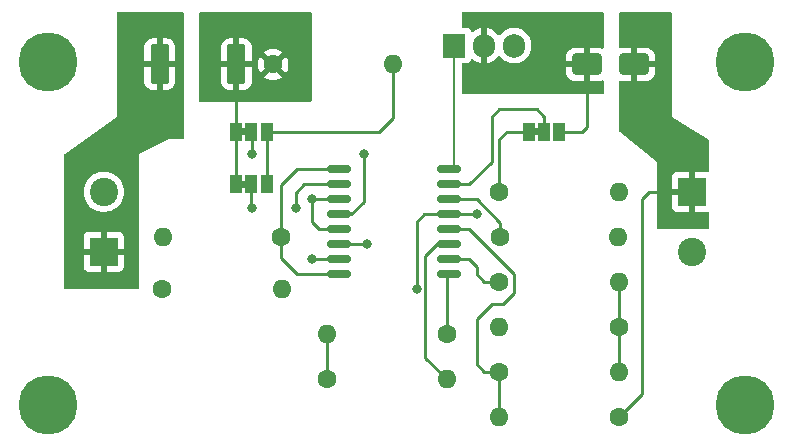
<source format=gbr>
%TF.GenerationSoftware,KiCad,Pcbnew,8.0.0*%
%TF.CreationDate,2024-03-03T11:21:46+11:00*%
%TF.ProjectId,BatteryCharger,42617474-6572-4794-9368-61726765722e,rev?*%
%TF.SameCoordinates,Original*%
%TF.FileFunction,Copper,L1,Top*%
%TF.FilePolarity,Positive*%
%FSLAX46Y46*%
G04 Gerber Fmt 4.6, Leading zero omitted, Abs format (unit mm)*
G04 Created by KiCad (PCBNEW 8.0.0) date 2024-03-03 11:21:46*
%MOMM*%
%LPD*%
G01*
G04 APERTURE LIST*
G04 Aperture macros list*
%AMRoundRect*
0 Rectangle with rounded corners*
0 $1 Rounding radius*
0 $2 $3 $4 $5 $6 $7 $8 $9 X,Y pos of 4 corners*
0 Add a 4 corners polygon primitive as box body*
4,1,4,$2,$3,$4,$5,$6,$7,$8,$9,$2,$3,0*
0 Add four circle primitives for the rounded corners*
1,1,$1+$1,$2,$3*
1,1,$1+$1,$4,$5*
1,1,$1+$1,$6,$7*
1,1,$1+$1,$8,$9*
0 Add four rect primitives between the rounded corners*
20,1,$1+$1,$2,$3,$4,$5,0*
20,1,$1+$1,$4,$5,$6,$7,0*
20,1,$1+$1,$6,$7,$8,$9,0*
20,1,$1+$1,$8,$9,$2,$3,0*%
G04 Aperture macros list end*
%TA.AperFunction,Conductor*%
%ADD10C,0.200000*%
%TD*%
%TA.AperFunction,EtchedComponent*%
%ADD11C,0.000000*%
%TD*%
%TA.AperFunction,SMDPad,CuDef*%
%ADD12RoundRect,0.250000X1.000000X0.650000X-1.000000X0.650000X-1.000000X-0.650000X1.000000X-0.650000X0*%
%TD*%
%TA.AperFunction,ComponentPad*%
%ADD13R,2.400000X2.400000*%
%TD*%
%TA.AperFunction,ComponentPad*%
%ADD14C,2.400000*%
%TD*%
%TA.AperFunction,WasherPad*%
%ADD15C,5.000000*%
%TD*%
%TA.AperFunction,ComponentPad*%
%ADD16C,1.600000*%
%TD*%
%TA.AperFunction,ComponentPad*%
%ADD17O,1.600000X1.600000*%
%TD*%
%TA.AperFunction,SMDPad,CuDef*%
%ADD18R,1.000000X1.500000*%
%TD*%
%TA.AperFunction,SMDPad,CuDef*%
%ADD19RoundRect,0.150000X-0.875000X-0.150000X0.875000X-0.150000X0.875000X0.150000X-0.875000X0.150000X0*%
%TD*%
%TA.AperFunction,SMDPad,CuDef*%
%ADD20RoundRect,0.285714X-0.514286X-1.414286X0.514286X-1.414286X0.514286X1.414286X-0.514286X1.414286X0*%
%TD*%
%TA.AperFunction,ComponentPad*%
%ADD21R,1.905000X2.000000*%
%TD*%
%TA.AperFunction,ComponentPad*%
%ADD22O,1.905000X2.000000*%
%TD*%
%TA.AperFunction,ViaPad*%
%ADD23C,0.800000*%
%TD*%
%TA.AperFunction,Conductor*%
%ADD24C,0.250000*%
%TD*%
G04 APERTURE END LIST*
D10*
%TO.N,Net-(Q1-B)*%
X132715000Y-99060000D02*
X133350000Y-99060000D01*
X133350000Y-99060000D02*
X133350000Y-88575000D01*
D11*
%TA.AperFunction,EtchedComponent*%
%TD*%
%TO.C,JP3*%
G36*
X115775000Y-96185000D02*
G01*
X115275000Y-96185000D01*
X115275000Y-95585000D01*
X115775000Y-95585000D01*
X115775000Y-96185000D01*
G37*
%TD.AperFunction*%
%TA.AperFunction,EtchedComponent*%
%TO.C,JP2*%
G36*
X140570000Y-96185000D02*
G01*
X140070000Y-96185000D01*
X140070000Y-95585000D01*
X140570000Y-95585000D01*
X140570000Y-96185000D01*
G37*
%TD.AperFunction*%
%TA.AperFunction,EtchedComponent*%
%TO.C,JP1*%
G36*
X115775000Y-100630000D02*
G01*
X115275000Y-100630000D01*
X115275000Y-100030000D01*
X115775000Y-100030000D01*
X115775000Y-100630000D01*
G37*
%TD.AperFunction*%
%TD*%
D12*
%TO.P,D1,1,K*%
%TO.N,/Out*%
X148590000Y-90170000D03*
%TO.P,D1,2,A*%
%TO.N,Net-(D1-A)*%
X144590000Y-90170000D03*
%TD*%
D13*
%TO.P,J2,1,Pin_1*%
%TO.N,/Out*%
X153480000Y-100965000D03*
D14*
%TO.P,J2,2,Pin_2*%
%TO.N,GND*%
X153480000Y-106045000D03*
%TD*%
D15*
%TO.P,H1,*%
%TO.N,*%
X99000000Y-90000000D03*
%TD*%
D16*
%TO.P,C4,1*%
%TO.N,Net-(U1-BSTOP)*%
X118665000Y-104775000D03*
D17*
%TO.P,C4,2*%
%TO.N,GND*%
X108665000Y-104775000D03*
%TD*%
D16*
%TO.P,C3,1*%
%TO.N,Net-(U1-COMP)*%
X137240000Y-104775000D03*
D17*
%TO.P,C3,2*%
%TO.N,GND*%
X147240000Y-104775000D03*
%TD*%
D18*
%TO.P,JP3,1,A*%
%TO.N,Net-(JP1-A)*%
X114875000Y-95885000D03*
%TO.P,JP3,2,C*%
%TO.N,Net-(JP3-C)*%
X116175000Y-95885000D03*
%TO.P,JP3,3,B*%
%TO.N,Net-(JP1-B)*%
X117475000Y-95885000D03*
%TD*%
D15*
%TO.P,H3,*%
%TO.N,*%
X158000000Y-90000000D03*
%TD*%
D18*
%TO.P,JP2,1,A*%
%TO.N,Net-(JP2-A)*%
X139670000Y-95885000D03*
%TO.P,JP2,2,C*%
%TO.N,Net-(JP2-C)*%
X140970000Y-95885000D03*
%TO.P,JP2,3,B*%
%TO.N,Net-(D1-A)*%
X142270000Y-95885000D03*
%TD*%
D16*
%TO.P,R7,1*%
%TO.N,Net-(JP2-A)*%
X137160000Y-100965000D03*
D17*
%TO.P,R7,2*%
%TO.N,GND*%
X147320000Y-100965000D03*
%TD*%
D16*
%TO.P,R12,1*%
%TO.N,Net-(U1-{slash}PGOOD)*%
X108585000Y-109220000D03*
D17*
%TO.P,R12,2*%
%TO.N,Net-(U1-VFB)*%
X118745000Y-109220000D03*
%TD*%
D18*
%TO.P,JP1,1,A*%
%TO.N,Net-(JP1-A)*%
X114875000Y-100330000D03*
%TO.P,JP1,2,C*%
%TO.N,Net-(JP1-C)*%
X116175000Y-100330000D03*
%TO.P,JP1,3,B*%
%TO.N,Net-(JP1-B)*%
X117475000Y-100330000D03*
%TD*%
D16*
%TO.P,R2,1*%
%TO.N,Net-(JP1-A)*%
X118015000Y-90170000D03*
D17*
%TO.P,R2,2*%
%TO.N,Net-(JP1-B)*%
X128175000Y-90170000D03*
%TD*%
D16*
%TO.P,R9,1*%
%TO.N,Net-(U1-CE)*%
X137160000Y-116205000D03*
D17*
%TO.P,R9,2*%
%TO.N,Net-(U1-VFB)*%
X147320000Y-116205000D03*
%TD*%
D13*
%TO.P,J1,1,Pin_1*%
%TO.N,/In*%
X103695000Y-106045000D03*
D14*
%TO.P,J1,2,Pin_2*%
%TO.N,GND*%
X103695000Y-100965000D03*
%TD*%
D16*
%TO.P,R11,1*%
%TO.N,Net-(U1-STAT1)*%
X137160000Y-108585000D03*
D17*
%TO.P,R11,2*%
%TO.N,Net-(U1-VFB)*%
X147320000Y-108585000D03*
%TD*%
D15*
%TO.P,H4,*%
%TO.N,*%
X158000000Y-119000000D03*
%TD*%
D16*
%TO.P,R10,1*%
%TO.N,Net-(U1-VFB)*%
X147320000Y-112395000D03*
D17*
%TO.P,R10,2*%
%TO.N,GND*%
X137160000Y-112395000D03*
%TD*%
D15*
%TO.P,H2,*%
%TO.N,*%
X99000000Y-119000000D03*
%TD*%
D16*
%TO.P,R3,1*%
%TO.N,/Out*%
X122555000Y-116840000D03*
D17*
%TO.P,R3,2*%
%TO.N,Net-(U1-PRE-CHRG)*%
X132715000Y-116840000D03*
%TD*%
D16*
%TO.P,R4,1*%
%TO.N,/Out*%
X147320000Y-120015000D03*
D17*
%TO.P,R4,2*%
%TO.N,Net-(U1-CE)*%
X137160000Y-120015000D03*
%TD*%
D19*
%TO.P,U1,1,ISNS*%
%TO.N,Net-(U1-BSTOP)*%
X123620000Y-99060000D03*
%TO.P,U1,2,ISNSM*%
%TO.N,Net-(JP1-C)*%
X123620000Y-100330000D03*
%TO.P,U1,3,ISNSP*%
%TO.N,/In*%
X123620000Y-101600000D03*
%TO.P,U1,4,IFB*%
%TO.N,Net-(JP3-C)*%
X123620000Y-102870000D03*
%TO.P,U1,5,IN*%
%TO.N,/In*%
X123620000Y-104140000D03*
%TO.P,U1,6,GND*%
%TO.N,GND*%
X123620000Y-105410000D03*
%TO.P,U1,7,/PGOOD*%
%TO.N,Net-(U1-{slash}PGOOD)*%
X123620000Y-106680000D03*
%TO.P,U1,8,BSTOP*%
%TO.N,Net-(U1-BSTOP)*%
X123620000Y-107950000D03*
%TO.P,U1,9,STAT2*%
%TO.N,Net-(U1-STAT2)*%
X132920000Y-107950000D03*
%TO.P,U1,10,STAT1*%
%TO.N,Net-(U1-STAT1)*%
X132920000Y-106680000D03*
%TO.P,U1,11,PRE-CHRG*%
%TO.N,Net-(U1-PRE-CHRG)*%
X132920000Y-105410000D03*
%TO.P,U1,12,CE*%
%TO.N,Net-(U1-CE)*%
X132920000Y-104140000D03*
%TO.P,U1,13,VFB*%
%TO.N,Net-(U1-VFB)*%
X132920000Y-102870000D03*
%TO.P,U1,14,COMP*%
%TO.N,Net-(U1-COMP)*%
X132920000Y-101600000D03*
%TO.P,U1,15,DRVE*%
%TO.N,Net-(JP2-C)*%
X132920000Y-100330000D03*
%TO.P,U1,16,DRVC*%
%TO.N,Net-(Q1-B)*%
X132920000Y-99060000D03*
%TD*%
D20*
%TO.P,R1,1*%
%TO.N,/In*%
X108415000Y-90170000D03*
%TO.P,R1,2*%
%TO.N,Net-(JP1-A)*%
X114915000Y-90170000D03*
%TD*%
D16*
%TO.P,R8,1*%
%TO.N,Net-(U1-STAT2)*%
X132715000Y-113030000D03*
D17*
%TO.P,R8,2*%
%TO.N,/Out*%
X122555000Y-113030000D03*
%TD*%
D21*
%TO.P,Q1,1,B*%
%TO.N,Net-(Q1-B)*%
X133350000Y-88575000D03*
D22*
%TO.P,Q1,2,C*%
%TO.N,Net-(D1-A)*%
X135890000Y-88575000D03*
%TO.P,Q1,3,E*%
%TO.N,Net-(JP1-B)*%
X138430000Y-88575000D03*
%TD*%
D23*
%TO.N,GND*%
X126000000Y-105410000D03*
%TO.N,/In*%
X121285000Y-101600000D03*
%TO.N,Net-(JP1-C)*%
X119925000Y-102325000D03*
X116205000Y-102325000D03*
%TO.N,Net-(JP3-C)*%
X116205000Y-97790000D03*
X125730000Y-97790000D03*
%TO.N,Net-(U1-VFB)*%
X135255000Y-102870000D03*
X130175000Y-109220000D03*
%TO.N,Net-(U1-{slash}PGOOD)*%
X121285000Y-106680000D03*
%TD*%
D24*
%TO.N,GND*%
X123620000Y-105410000D02*
X126000000Y-105410000D01*
%TO.N,Net-(U1-COMP)*%
X135255000Y-101600000D02*
X137240000Y-103585000D01*
X137240000Y-103585000D02*
X137240000Y-104775000D01*
X132920000Y-101600000D02*
X135255000Y-101600000D01*
%TO.N,GND*%
X147240000Y-101045000D02*
X147320000Y-100965000D01*
X123620000Y-105410000D02*
X124644999Y-105410000D01*
%TO.N,Net-(U1-BSTOP)*%
X118665000Y-100410000D02*
X118665000Y-104775000D01*
X120015000Y-99060000D02*
X118665000Y-100410000D01*
X118665000Y-106600000D02*
X118665000Y-104775000D01*
X123620000Y-99060000D02*
X120015000Y-99060000D01*
X120015000Y-107950000D02*
X118665000Y-106600000D01*
X123620000Y-107950000D02*
X120015000Y-107950000D01*
%TO.N,/Out*%
X148590000Y-92075000D02*
X148590000Y-90170000D01*
X153480000Y-96965000D02*
X148590000Y-92075000D01*
X147320000Y-120015000D02*
X149225000Y-118110000D01*
X149860000Y-100965000D02*
X153480000Y-100965000D01*
X153480000Y-100965000D02*
X153480000Y-96965000D01*
X149225000Y-101600000D02*
X149860000Y-100965000D01*
X122555000Y-116840000D02*
X122555000Y-113030000D01*
X149225000Y-118110000D02*
X149225000Y-101600000D01*
%TO.N,Net-(D1-A)*%
X144145000Y-95885000D02*
X142270000Y-95885000D01*
X144590000Y-90170000D02*
X144590000Y-95440000D01*
X144590000Y-95440000D02*
X144145000Y-95885000D01*
%TO.N,/In*%
X123620000Y-104140000D02*
X121920000Y-104140000D01*
X123620000Y-101600000D02*
X121285000Y-101600000D01*
X121920000Y-104140000D02*
X121285000Y-103505000D01*
X121285000Y-103505000D02*
X121285000Y-101600000D01*
%TO.N,Net-(JP1-C)*%
X116175000Y-100330000D02*
X116175000Y-102295000D01*
X123620000Y-100330000D02*
X120650000Y-100330000D01*
X119925000Y-101055000D02*
X119925000Y-102325000D01*
X120650000Y-100330000D02*
X119925000Y-101055000D01*
X116175000Y-102295000D02*
X116205000Y-102325000D01*
%TO.N,Net-(JP1-B)*%
X117475000Y-95885000D02*
X117475000Y-100330000D01*
X128175000Y-90170000D02*
X128175000Y-94710000D01*
X127000000Y-95885000D02*
X117475000Y-95885000D01*
X128175000Y-94710000D02*
X127000000Y-95885000D01*
%TO.N,Net-(JP1-A)*%
X114915000Y-90170000D02*
X114915000Y-95845000D01*
X114875000Y-95885000D02*
X114875000Y-100330000D01*
X114915000Y-95845000D02*
X114875000Y-95885000D01*
%TO.N,Net-(JP2-C)*%
X140335000Y-93980000D02*
X140970000Y-94615000D01*
X136525000Y-94615000D02*
X137160000Y-93980000D01*
X140970000Y-94615000D02*
X140970000Y-95885000D01*
X134620000Y-100330000D02*
X136525000Y-98425000D01*
X132920000Y-100330000D02*
X134620000Y-100330000D01*
X136525000Y-98425000D02*
X136525000Y-94615000D01*
X137160000Y-93980000D02*
X140335000Y-93980000D01*
%TO.N,Net-(JP2-A)*%
X139670000Y-95885000D02*
X137795000Y-95885000D01*
X137160000Y-96520000D02*
X137160000Y-100965000D01*
X137795000Y-95885000D02*
X137160000Y-96520000D01*
%TO.N,Net-(JP3-C)*%
X124644999Y-102870000D02*
X125730000Y-101784999D01*
X116205000Y-97790000D02*
X116205000Y-95915000D01*
X125730000Y-101784999D02*
X125730000Y-97790000D01*
X116205000Y-95915000D02*
X116175000Y-95885000D01*
X123620000Y-102870000D02*
X124644999Y-102870000D01*
%TO.N,Net-(U1-PRE-CHRG)*%
X132715000Y-116840000D02*
X130900000Y-115025000D01*
X130900000Y-115025000D02*
X130900000Y-106405001D01*
X131895001Y-105410000D02*
X132920000Y-105410000D01*
X130900000Y-106405001D02*
X131895001Y-105410000D01*
%TO.N,Net-(U1-CE)*%
X132920000Y-104140000D02*
X134620000Y-104140000D01*
X135255000Y-115570000D02*
X135890000Y-116205000D01*
X138430000Y-107950000D02*
X138430000Y-109534009D01*
X134620000Y-104140000D02*
X138430000Y-107950000D01*
X135255000Y-111760000D02*
X135255000Y-115570000D01*
X135890000Y-116205000D02*
X137160000Y-116205000D01*
X138430000Y-109534009D02*
X137474009Y-110490000D01*
X136525000Y-110490000D02*
X135255000Y-111760000D01*
X137160000Y-120015000D02*
X137160000Y-116205000D01*
X137474009Y-110490000D02*
X136525000Y-110490000D01*
%TO.N,Net-(U1-STAT2)*%
X132715000Y-108155000D02*
X132920000Y-107950000D01*
X132715000Y-113030000D02*
X132715000Y-108155000D01*
%TO.N,Net-(U1-VFB)*%
X132920000Y-102870000D02*
X130810000Y-102870000D01*
X130175000Y-103505000D02*
X130175000Y-109220000D01*
X130810000Y-102870000D02*
X130175000Y-103505000D01*
X147320000Y-116205000D02*
X147320000Y-112395000D01*
X132920000Y-102870000D02*
X135255000Y-102870000D01*
X147320000Y-108585000D02*
X147320000Y-112395000D01*
%TO.N,Net-(U1-STAT1)*%
X134620000Y-106680000D02*
X135255000Y-107315000D01*
X135255000Y-107315000D02*
X135255000Y-107950000D01*
X135255000Y-107950000D02*
X135890000Y-108585000D01*
X135890000Y-108585000D02*
X137160000Y-108585000D01*
X132920000Y-106680000D02*
X134620000Y-106680000D01*
%TO.N,Net-(U1-{slash}PGOOD)*%
X123620000Y-106680000D02*
X121285000Y-106680000D01*
%TD*%
%TA.AperFunction,Conductor*%
%TO.N,Net-(JP1-A)*%
G36*
X121228039Y-85744685D02*
G01*
X121273794Y-85797489D01*
X121285000Y-85849000D01*
X121285000Y-93221000D01*
X121265315Y-93288039D01*
X121212511Y-93333794D01*
X121161000Y-93345000D01*
X111884000Y-93345000D01*
X111816961Y-93325315D01*
X111771206Y-93272511D01*
X111760000Y-93221000D01*
X111760000Y-90420000D01*
X113615000Y-90420000D01*
X113615000Y-91628420D01*
X113629850Y-91760226D01*
X113688330Y-91927351D01*
X113688332Y-91927354D01*
X113782531Y-92077271D01*
X113907728Y-92202468D01*
X114057645Y-92296667D01*
X114057648Y-92296669D01*
X114224773Y-92355149D01*
X114356579Y-92369999D01*
X114356583Y-92370000D01*
X114665000Y-92370000D01*
X114665000Y-90420000D01*
X115165000Y-90420000D01*
X115165000Y-92370000D01*
X115473417Y-92370000D01*
X115473420Y-92369999D01*
X115605226Y-92355149D01*
X115772351Y-92296669D01*
X115772354Y-92296667D01*
X115922271Y-92202468D01*
X116047468Y-92077271D01*
X116141667Y-91927354D01*
X116141669Y-91927351D01*
X116200149Y-91760226D01*
X116214999Y-91628420D01*
X116215000Y-91628416D01*
X116215000Y-90420000D01*
X115165000Y-90420000D01*
X114665000Y-90420000D01*
X113615000Y-90420000D01*
X111760000Y-90420000D01*
X111760000Y-90170002D01*
X116710034Y-90170002D01*
X116729858Y-90396599D01*
X116729860Y-90396610D01*
X116788730Y-90616317D01*
X116788735Y-90616331D01*
X116884863Y-90822478D01*
X116935974Y-90895472D01*
X117615000Y-90216446D01*
X117615000Y-90222661D01*
X117642259Y-90324394D01*
X117694920Y-90415606D01*
X117769394Y-90490080D01*
X117860606Y-90542741D01*
X117962339Y-90570000D01*
X117968553Y-90570000D01*
X117289526Y-91249025D01*
X117362513Y-91300132D01*
X117362521Y-91300136D01*
X117568668Y-91396264D01*
X117568682Y-91396269D01*
X117788389Y-91455139D01*
X117788400Y-91455141D01*
X118014998Y-91474966D01*
X118015002Y-91474966D01*
X118241599Y-91455141D01*
X118241610Y-91455139D01*
X118461317Y-91396269D01*
X118461331Y-91396264D01*
X118667478Y-91300136D01*
X118740471Y-91249024D01*
X118061447Y-90570000D01*
X118067661Y-90570000D01*
X118169394Y-90542741D01*
X118260606Y-90490080D01*
X118335080Y-90415606D01*
X118387741Y-90324394D01*
X118415000Y-90222661D01*
X118415000Y-90216447D01*
X119094024Y-90895471D01*
X119145136Y-90822478D01*
X119241264Y-90616331D01*
X119241269Y-90616317D01*
X119300139Y-90396610D01*
X119300141Y-90396599D01*
X119319966Y-90170002D01*
X119319966Y-90169997D01*
X119300141Y-89943400D01*
X119300139Y-89943389D01*
X119241269Y-89723682D01*
X119241264Y-89723668D01*
X119145136Y-89517521D01*
X119145132Y-89517513D01*
X119094025Y-89444526D01*
X118415000Y-90123551D01*
X118415000Y-90117339D01*
X118387741Y-90015606D01*
X118335080Y-89924394D01*
X118260606Y-89849920D01*
X118169394Y-89797259D01*
X118067661Y-89770000D01*
X118061448Y-89770000D01*
X118740472Y-89090974D01*
X118667478Y-89039863D01*
X118461331Y-88943735D01*
X118461317Y-88943730D01*
X118241610Y-88884860D01*
X118241599Y-88884858D01*
X118015002Y-88865034D01*
X118014998Y-88865034D01*
X117788400Y-88884858D01*
X117788389Y-88884860D01*
X117568682Y-88943730D01*
X117568673Y-88943734D01*
X117362516Y-89039866D01*
X117362512Y-89039868D01*
X117289526Y-89090973D01*
X117289526Y-89090974D01*
X117968553Y-89770000D01*
X117962339Y-89770000D01*
X117860606Y-89797259D01*
X117769394Y-89849920D01*
X117694920Y-89924394D01*
X117642259Y-90015606D01*
X117615000Y-90117339D01*
X117615000Y-90123552D01*
X116935974Y-89444526D01*
X116935973Y-89444526D01*
X116884868Y-89517512D01*
X116884866Y-89517516D01*
X116788734Y-89723673D01*
X116788730Y-89723682D01*
X116729860Y-89943389D01*
X116729858Y-89943400D01*
X116710034Y-90169997D01*
X116710034Y-90170002D01*
X111760000Y-90170002D01*
X111760000Y-89920000D01*
X113615000Y-89920000D01*
X114665000Y-89920000D01*
X114665000Y-87970000D01*
X115165000Y-87970000D01*
X115165000Y-89920000D01*
X116215000Y-89920000D01*
X116215000Y-88711583D01*
X116214999Y-88711579D01*
X116200149Y-88579773D01*
X116141669Y-88412648D01*
X116141667Y-88412645D01*
X116047468Y-88262728D01*
X115922271Y-88137531D01*
X115772354Y-88043332D01*
X115772351Y-88043330D01*
X115605226Y-87984850D01*
X115473420Y-87970000D01*
X115165000Y-87970000D01*
X114665000Y-87970000D01*
X114356579Y-87970000D01*
X114224773Y-87984850D01*
X114057648Y-88043330D01*
X114057645Y-88043332D01*
X113907728Y-88137531D01*
X113782531Y-88262728D01*
X113688332Y-88412645D01*
X113688330Y-88412648D01*
X113629850Y-88579773D01*
X113615000Y-88711579D01*
X113615000Y-89920000D01*
X111760000Y-89920000D01*
X111760000Y-85849000D01*
X111779685Y-85781961D01*
X111832489Y-85736206D01*
X111884000Y-85725000D01*
X121161000Y-85725000D01*
X121228039Y-85744685D01*
G37*
%TD.AperFunction*%
%TD*%
%TA.AperFunction,Conductor*%
%TO.N,/Out*%
G36*
X151708039Y-85744685D02*
G01*
X151753794Y-85797489D01*
X151765000Y-85849000D01*
X151765000Y-94615000D01*
X153848298Y-95864979D01*
X154879797Y-96483878D01*
X154927156Y-96535249D01*
X154940000Y-96590207D01*
X154940000Y-99150751D01*
X154920315Y-99217790D01*
X154867511Y-99263545D01*
X154798353Y-99273489D01*
X154787489Y-99271429D01*
X154787372Y-99271401D01*
X154727844Y-99265000D01*
X153730000Y-99265000D01*
X153730000Y-100202639D01*
X153713351Y-100195743D01*
X153558793Y-100165000D01*
X153401207Y-100165000D01*
X153246649Y-100195743D01*
X153230000Y-100202639D01*
X153230000Y-99265000D01*
X152232155Y-99265000D01*
X152172627Y-99271401D01*
X152172620Y-99271403D01*
X152037913Y-99321645D01*
X152037906Y-99321649D01*
X151922812Y-99407809D01*
X151922809Y-99407812D01*
X151836649Y-99522906D01*
X151836645Y-99522913D01*
X151786403Y-99657620D01*
X151786401Y-99657627D01*
X151780000Y-99717155D01*
X151780000Y-100715000D01*
X152717639Y-100715000D01*
X152710743Y-100731649D01*
X152680000Y-100886207D01*
X152680000Y-101043793D01*
X152710743Y-101198351D01*
X152717639Y-101215000D01*
X151780000Y-101215000D01*
X151780000Y-102212844D01*
X151786401Y-102272372D01*
X151786403Y-102272379D01*
X151836645Y-102407086D01*
X151836649Y-102407093D01*
X151922809Y-102522187D01*
X151922812Y-102522190D01*
X152037906Y-102608350D01*
X152037913Y-102608354D01*
X152172620Y-102658596D01*
X152172627Y-102658598D01*
X152232155Y-102664999D01*
X152232172Y-102665000D01*
X153230000Y-102665000D01*
X153230000Y-101727360D01*
X153246649Y-101734257D01*
X153401207Y-101765000D01*
X153558793Y-101765000D01*
X153713351Y-101734257D01*
X153730000Y-101727360D01*
X153730000Y-102665000D01*
X154727828Y-102665000D01*
X154727844Y-102664999D01*
X154787368Y-102658598D01*
X154787474Y-102658574D01*
X154787558Y-102658578D01*
X154795087Y-102657769D01*
X154795218Y-102658988D01*
X154857244Y-102662308D01*
X154913919Y-102703170D01*
X154939506Y-102768186D01*
X154940000Y-102779248D01*
X154940000Y-104016000D01*
X154920315Y-104083039D01*
X154867511Y-104128794D01*
X154816000Y-104140000D01*
X150619000Y-104140000D01*
X150551961Y-104120315D01*
X150506206Y-104067511D01*
X150495000Y-104016000D01*
X150495000Y-98425000D01*
X147366538Y-95922230D01*
X147326486Y-95864979D01*
X147320000Y-95825402D01*
X147320000Y-91684835D01*
X147339685Y-91617796D01*
X147392489Y-91572041D01*
X147456604Y-91561477D01*
X147540021Y-91569999D01*
X148339999Y-91569999D01*
X148340000Y-91569998D01*
X148340000Y-90420000D01*
X148840000Y-90420000D01*
X148840000Y-91569999D01*
X149639972Y-91569999D01*
X149639986Y-91569998D01*
X149742697Y-91559505D01*
X149909119Y-91504358D01*
X149909124Y-91504356D01*
X150058345Y-91412315D01*
X150182315Y-91288345D01*
X150274356Y-91139124D01*
X150274358Y-91139119D01*
X150329505Y-90972697D01*
X150329506Y-90972690D01*
X150339999Y-90869986D01*
X150340000Y-90869973D01*
X150340000Y-90420000D01*
X148840000Y-90420000D01*
X148340000Y-90420000D01*
X148340000Y-88770000D01*
X148840000Y-88770000D01*
X148840000Y-89920000D01*
X150339999Y-89920000D01*
X150339999Y-89470028D01*
X150339998Y-89470013D01*
X150329505Y-89367302D01*
X150274358Y-89200880D01*
X150274356Y-89200875D01*
X150182315Y-89051654D01*
X150058345Y-88927684D01*
X149909124Y-88835643D01*
X149909119Y-88835641D01*
X149742697Y-88780494D01*
X149742690Y-88780493D01*
X149639986Y-88770000D01*
X148840000Y-88770000D01*
X148340000Y-88770000D01*
X147540028Y-88770000D01*
X147540010Y-88770001D01*
X147456601Y-88778522D01*
X147387908Y-88765752D01*
X147337024Y-88717871D01*
X147320000Y-88655164D01*
X147320000Y-85849000D01*
X147339685Y-85781961D01*
X147392489Y-85736206D01*
X147444000Y-85725000D01*
X151641000Y-85725000D01*
X151708039Y-85744685D01*
G37*
%TD.AperFunction*%
%TD*%
%TA.AperFunction,Conductor*%
%TO.N,Net-(D1-A)*%
G36*
X145993039Y-85744685D02*
G01*
X146038794Y-85797489D01*
X146050000Y-85849000D01*
X146050000Y-88710604D01*
X146030315Y-88777643D01*
X145977511Y-88823398D01*
X145908353Y-88833342D01*
X145886997Y-88828310D01*
X145742700Y-88780495D01*
X145742690Y-88780493D01*
X145639986Y-88770000D01*
X144840000Y-88770000D01*
X144840000Y-91569999D01*
X145639972Y-91569999D01*
X145639986Y-91569998D01*
X145742695Y-91559506D01*
X145886995Y-91511689D01*
X145956824Y-91509287D01*
X146016866Y-91545018D01*
X146048059Y-91607539D01*
X146050000Y-91629395D01*
X146050000Y-92586000D01*
X146030315Y-92653039D01*
X145977511Y-92698794D01*
X145926000Y-92710000D01*
X134109000Y-92710000D01*
X134041961Y-92690315D01*
X133996206Y-92637511D01*
X133985000Y-92586000D01*
X133985000Y-90420000D01*
X142840001Y-90420000D01*
X142840001Y-90869986D01*
X142850494Y-90972697D01*
X142905641Y-91139119D01*
X142905643Y-91139124D01*
X142997684Y-91288345D01*
X143121654Y-91412315D01*
X143270875Y-91504356D01*
X143270880Y-91504358D01*
X143437302Y-91559505D01*
X143437309Y-91559506D01*
X143540019Y-91569999D01*
X144339999Y-91569999D01*
X144340000Y-91569998D01*
X144340000Y-90420000D01*
X142840001Y-90420000D01*
X133985000Y-90420000D01*
X133985000Y-90199499D01*
X134004685Y-90132460D01*
X134057489Y-90086705D01*
X134108999Y-90075499D01*
X134350372Y-90075499D01*
X134409983Y-90069091D01*
X134544831Y-90018796D01*
X134660046Y-89932546D01*
X134746296Y-89817331D01*
X134756872Y-89788974D01*
X134798740Y-89733041D01*
X134864204Y-89708622D01*
X134932477Y-89723472D01*
X134945940Y-89731988D01*
X135128723Y-89864788D01*
X135332429Y-89968582D01*
X135549871Y-90039234D01*
X135640000Y-90053509D01*
X135640000Y-89065747D01*
X135677708Y-89087518D01*
X135817591Y-89125000D01*
X135962409Y-89125000D01*
X136102292Y-89087518D01*
X136140000Y-89065747D01*
X136140000Y-90053508D01*
X136230128Y-90039234D01*
X136447570Y-89968582D01*
X136651276Y-89864788D01*
X136836242Y-89730402D01*
X136997905Y-89568739D01*
X137059371Y-89484137D01*
X137114701Y-89441470D01*
X137184314Y-89435491D01*
X137246109Y-89468096D01*
X137260007Y-89484134D01*
X137321714Y-89569066D01*
X137483434Y-89730786D01*
X137668462Y-89865217D01*
X137775980Y-89920000D01*
X137872244Y-89969049D01*
X138089751Y-90039721D01*
X138089752Y-90039721D01*
X138089755Y-90039722D01*
X138315646Y-90075500D01*
X138315647Y-90075500D01*
X138544353Y-90075500D01*
X138544354Y-90075500D01*
X138770245Y-90039722D01*
X138770248Y-90039721D01*
X138770249Y-90039721D01*
X138987755Y-89969049D01*
X138987755Y-89969048D01*
X138987758Y-89969048D01*
X139084020Y-89920000D01*
X142840000Y-89920000D01*
X144340000Y-89920000D01*
X144340000Y-88770000D01*
X143540028Y-88770000D01*
X143540012Y-88770001D01*
X143437302Y-88780494D01*
X143270880Y-88835641D01*
X143270875Y-88835643D01*
X143121654Y-88927684D01*
X142997684Y-89051654D01*
X142905643Y-89200875D01*
X142905641Y-89200880D01*
X142850494Y-89367302D01*
X142850493Y-89367309D01*
X142840000Y-89470013D01*
X142840000Y-89920000D01*
X139084020Y-89920000D01*
X139191538Y-89865217D01*
X139376566Y-89730786D01*
X139538286Y-89569066D01*
X139672717Y-89384038D01*
X139776548Y-89180258D01*
X139847222Y-88962745D01*
X139883000Y-88736854D01*
X139883000Y-88413146D01*
X139847222Y-88187255D01*
X139847221Y-88187251D01*
X139847221Y-88187250D01*
X139776549Y-87969744D01*
X139672716Y-87765961D01*
X139635333Y-87714508D01*
X139538286Y-87580934D01*
X139376566Y-87419214D01*
X139191538Y-87284783D01*
X138987755Y-87180950D01*
X138770248Y-87110278D01*
X138584812Y-87080908D01*
X138544354Y-87074500D01*
X138315646Y-87074500D01*
X138275188Y-87080908D01*
X138089753Y-87110278D01*
X138089750Y-87110278D01*
X137872244Y-87180950D01*
X137668461Y-87284783D01*
X137563525Y-87361024D01*
X137483434Y-87419214D01*
X137483432Y-87419216D01*
X137483431Y-87419216D01*
X137321716Y-87580931D01*
X137321709Y-87580940D01*
X137260007Y-87665864D01*
X137204677Y-87708530D01*
X137135063Y-87714508D01*
X137073269Y-87681901D01*
X137059372Y-87665863D01*
X136997907Y-87581263D01*
X136997902Y-87581257D01*
X136836242Y-87419597D01*
X136651276Y-87285211D01*
X136447568Y-87181417D01*
X136230124Y-87110765D01*
X136140000Y-87096490D01*
X136140000Y-88084252D01*
X136102292Y-88062482D01*
X135962409Y-88025000D01*
X135817591Y-88025000D01*
X135677708Y-88062482D01*
X135640000Y-88084252D01*
X135640000Y-87096490D01*
X135639999Y-87096490D01*
X135549875Y-87110765D01*
X135332431Y-87181417D01*
X135128719Y-87285213D01*
X134945939Y-87418010D01*
X134880132Y-87441490D01*
X134812079Y-87425664D01*
X134763384Y-87375558D01*
X134756875Y-87361033D01*
X134746296Y-87332669D01*
X134746295Y-87332667D01*
X134746293Y-87332664D01*
X134660047Y-87217455D01*
X134660044Y-87217452D01*
X134544835Y-87131206D01*
X134544828Y-87131202D01*
X134409982Y-87080908D01*
X134409983Y-87080908D01*
X134350383Y-87074501D01*
X134350381Y-87074500D01*
X134350373Y-87074500D01*
X134350365Y-87074500D01*
X134109000Y-87074500D01*
X134041961Y-87054815D01*
X133996206Y-87002011D01*
X133985000Y-86950500D01*
X133985000Y-85849000D01*
X134004685Y-85781961D01*
X134057489Y-85736206D01*
X134109000Y-85725000D01*
X145926000Y-85725000D01*
X145993039Y-85744685D01*
G37*
%TD.AperFunction*%
%TD*%
%TA.AperFunction,Conductor*%
%TO.N,/In*%
G36*
X110433039Y-85744685D02*
G01*
X110478794Y-85797489D01*
X110490000Y-85849000D01*
X110490000Y-96396000D01*
X110470315Y-96463039D01*
X110417511Y-96508794D01*
X110366000Y-96520000D01*
X109219999Y-96520000D01*
X106680001Y-97789998D01*
X106680000Y-97790000D01*
X106680000Y-109096000D01*
X106660315Y-109163039D01*
X106607511Y-109208794D01*
X106556000Y-109220000D01*
X100454000Y-109220000D01*
X100386961Y-109200315D01*
X100341206Y-109147511D01*
X100330000Y-109096000D01*
X100330000Y-107292844D01*
X101995000Y-107292844D01*
X102001401Y-107352372D01*
X102001403Y-107352379D01*
X102051645Y-107487086D01*
X102051649Y-107487093D01*
X102137809Y-107602187D01*
X102137812Y-107602190D01*
X102252906Y-107688350D01*
X102252913Y-107688354D01*
X102387620Y-107738596D01*
X102387627Y-107738598D01*
X102447155Y-107744999D01*
X102447172Y-107745000D01*
X103445000Y-107745000D01*
X103445000Y-106807360D01*
X103461649Y-106814257D01*
X103616207Y-106845000D01*
X103773793Y-106845000D01*
X103928351Y-106814257D01*
X103945000Y-106807360D01*
X103945000Y-107745000D01*
X104942828Y-107745000D01*
X104942844Y-107744999D01*
X105002372Y-107738598D01*
X105002379Y-107738596D01*
X105137086Y-107688354D01*
X105137093Y-107688350D01*
X105252187Y-107602190D01*
X105252190Y-107602187D01*
X105338350Y-107487093D01*
X105338354Y-107487086D01*
X105388596Y-107352379D01*
X105388598Y-107352372D01*
X105394999Y-107292844D01*
X105395000Y-107292827D01*
X105395000Y-106295000D01*
X104457361Y-106295000D01*
X104464257Y-106278351D01*
X104495000Y-106123793D01*
X104495000Y-105966207D01*
X104464257Y-105811649D01*
X104457361Y-105795000D01*
X105395000Y-105795000D01*
X105395000Y-104797172D01*
X105394999Y-104797155D01*
X105388598Y-104737627D01*
X105388596Y-104737620D01*
X105338354Y-104602913D01*
X105338350Y-104602906D01*
X105252190Y-104487812D01*
X105252187Y-104487809D01*
X105137093Y-104401649D01*
X105137086Y-104401645D01*
X105002379Y-104351403D01*
X105002372Y-104351401D01*
X104942844Y-104345000D01*
X103945000Y-104345000D01*
X103945000Y-105282639D01*
X103928351Y-105275743D01*
X103773793Y-105245000D01*
X103616207Y-105245000D01*
X103461649Y-105275743D01*
X103445000Y-105282639D01*
X103445000Y-104345000D01*
X102447155Y-104345000D01*
X102387627Y-104351401D01*
X102387620Y-104351403D01*
X102252913Y-104401645D01*
X102252906Y-104401649D01*
X102137812Y-104487809D01*
X102137809Y-104487812D01*
X102051649Y-104602906D01*
X102051645Y-104602913D01*
X102001403Y-104737620D01*
X102001401Y-104737627D01*
X101995000Y-104797155D01*
X101995000Y-105795000D01*
X102932639Y-105795000D01*
X102925743Y-105811649D01*
X102895000Y-105966207D01*
X102895000Y-106123793D01*
X102925743Y-106278351D01*
X102932639Y-106295000D01*
X101995000Y-106295000D01*
X101995000Y-107292844D01*
X100330000Y-107292844D01*
X100330000Y-100965004D01*
X101989732Y-100965004D01*
X102008777Y-101219154D01*
X102008778Y-101219157D01*
X102065492Y-101467637D01*
X102158607Y-101704888D01*
X102286041Y-101925612D01*
X102444950Y-102124877D01*
X102631783Y-102298232D01*
X102842366Y-102441805D01*
X102842371Y-102441807D01*
X102842372Y-102441808D01*
X102842373Y-102441809D01*
X102964328Y-102500538D01*
X103071992Y-102552387D01*
X103071993Y-102552387D01*
X103071996Y-102552389D01*
X103315542Y-102627513D01*
X103567565Y-102665500D01*
X103822435Y-102665500D01*
X104074458Y-102627513D01*
X104318004Y-102552389D01*
X104547634Y-102441805D01*
X104758217Y-102298232D01*
X104945050Y-102124877D01*
X105103959Y-101925612D01*
X105231393Y-101704888D01*
X105324508Y-101467637D01*
X105381222Y-101219157D01*
X105400268Y-100965000D01*
X105381222Y-100710843D01*
X105324508Y-100462363D01*
X105231393Y-100225112D01*
X105103959Y-100004388D01*
X104945050Y-99805123D01*
X104758217Y-99631768D01*
X104547634Y-99488195D01*
X104547630Y-99488193D01*
X104547627Y-99488191D01*
X104547626Y-99488190D01*
X104318006Y-99377612D01*
X104318008Y-99377612D01*
X104074466Y-99302489D01*
X104074462Y-99302488D01*
X104074458Y-99302487D01*
X103953231Y-99284214D01*
X103822440Y-99264500D01*
X103822435Y-99264500D01*
X103567565Y-99264500D01*
X103567559Y-99264500D01*
X103410609Y-99288157D01*
X103315542Y-99302487D01*
X103315539Y-99302488D01*
X103315533Y-99302489D01*
X103071992Y-99377612D01*
X102842373Y-99488190D01*
X102842372Y-99488191D01*
X102631782Y-99631768D01*
X102444952Y-99805121D01*
X102444950Y-99805123D01*
X102286041Y-100004388D01*
X102158608Y-100225109D01*
X102065492Y-100462362D01*
X102065490Y-100462369D01*
X102008777Y-100710845D01*
X101989732Y-100964995D01*
X101989732Y-100965004D01*
X100330000Y-100965004D01*
X100330000Y-97853813D01*
X100349685Y-97786774D01*
X100381926Y-97752910D01*
X104775000Y-94615000D01*
X104775000Y-90420000D01*
X107115000Y-90420000D01*
X107115000Y-91628420D01*
X107129850Y-91760226D01*
X107188330Y-91927351D01*
X107188332Y-91927354D01*
X107282531Y-92077271D01*
X107407728Y-92202468D01*
X107557645Y-92296667D01*
X107557648Y-92296669D01*
X107724773Y-92355149D01*
X107856579Y-92369999D01*
X107856583Y-92370000D01*
X108165000Y-92370000D01*
X108165000Y-90420000D01*
X108665000Y-90420000D01*
X108665000Y-92370000D01*
X108973417Y-92370000D01*
X108973420Y-92369999D01*
X109105226Y-92355149D01*
X109272351Y-92296669D01*
X109272354Y-92296667D01*
X109422271Y-92202468D01*
X109547468Y-92077271D01*
X109641667Y-91927354D01*
X109641669Y-91927351D01*
X109700149Y-91760226D01*
X109714999Y-91628420D01*
X109715000Y-91628416D01*
X109715000Y-90420000D01*
X108665000Y-90420000D01*
X108165000Y-90420000D01*
X107115000Y-90420000D01*
X104775000Y-90420000D01*
X104775000Y-89920000D01*
X107115000Y-89920000D01*
X108165000Y-89920000D01*
X108165000Y-87970000D01*
X108665000Y-87970000D01*
X108665000Y-89920000D01*
X109715000Y-89920000D01*
X109715000Y-88711583D01*
X109714999Y-88711579D01*
X109700149Y-88579773D01*
X109641669Y-88412648D01*
X109641667Y-88412645D01*
X109547468Y-88262728D01*
X109422271Y-88137531D01*
X109272354Y-88043332D01*
X109272351Y-88043330D01*
X109105226Y-87984850D01*
X108973420Y-87970000D01*
X108665000Y-87970000D01*
X108165000Y-87970000D01*
X107856579Y-87970000D01*
X107724773Y-87984850D01*
X107557648Y-88043330D01*
X107557645Y-88043332D01*
X107407728Y-88137531D01*
X107282531Y-88262728D01*
X107188332Y-88412645D01*
X107188330Y-88412648D01*
X107129850Y-88579773D01*
X107115000Y-88711579D01*
X107115000Y-89920000D01*
X104775000Y-89920000D01*
X104775000Y-85849000D01*
X104794685Y-85781961D01*
X104847489Y-85736206D01*
X104899000Y-85725000D01*
X110366000Y-85725000D01*
X110433039Y-85744685D01*
G37*
%TD.AperFunction*%
%TD*%
M02*

</source>
